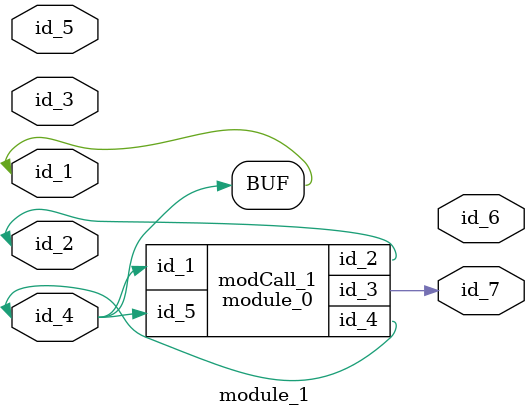
<source format=v>
module module_0 (
    id_1,
    id_2,
    id_3,
    id_4,
    id_5
);
  input wire id_5;
  output wire id_4;
  output wire id_3;
  inout wire id_2;
  input wire id_1;
endmodule
module module_1 (
    id_1,
    id_2,
    id_3,
    id_4,
    id_5,
    id_6,
    id_7
);
  output wire id_7;
  output wire id_6;
  input wire id_5;
  input wire id_4;
  input wire id_3;
  inout wire id_2;
  inout wire id_1;
  assign id_1 = id_4;
  module_0 modCall_1 (
      id_4,
      id_2,
      id_7,
      id_1,
      id_4
  );
endmodule

</source>
